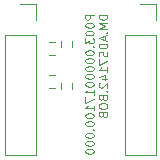
<source format=gbr>
G04 #@! TF.GenerationSoftware,KiCad,Pcbnew,(5.1.6-14-g3ac0951e1-dirty)*
G04 #@! TF.CreationDate,2021-04-17T10:51:59+02:00*
G04 #@! TF.ProjectId,A003.0000017200_DM.ADS7142.BOB,41303033-2e30-4303-9030-303137323030,rev?*
G04 #@! TF.SameCoordinates,Original*
G04 #@! TF.FileFunction,Legend,Bot*
G04 #@! TF.FilePolarity,Positive*
%FSLAX46Y46*%
G04 Gerber Fmt 4.6, Leading zero omitted, Abs format (unit mm)*
G04 Created by KiCad (PCBNEW (5.1.6-14-g3ac0951e1-dirty)) date 2021-04-17 10:51:59*
%MOMM*%
%LPD*%
G01*
G04 APERTURE LIST*
%ADD10C,0.100000*%
%ADD11C,0.120000*%
G04 APERTURE END LIST*
D10*
X133218666Y-75669666D02*
X132518666Y-75669666D01*
X132518666Y-75936333D01*
X132552000Y-76003000D01*
X132585333Y-76036333D01*
X132652000Y-76069666D01*
X132752000Y-76069666D01*
X132818666Y-76036333D01*
X132852000Y-76003000D01*
X132885333Y-75936333D01*
X132885333Y-75669666D01*
X132518666Y-76503000D02*
X132518666Y-76569666D01*
X132552000Y-76636333D01*
X132585333Y-76669666D01*
X132652000Y-76703000D01*
X132785333Y-76736333D01*
X132952000Y-76736333D01*
X133085333Y-76703000D01*
X133152000Y-76669666D01*
X133185333Y-76636333D01*
X133218666Y-76569666D01*
X133218666Y-76503000D01*
X133185333Y-76436333D01*
X133152000Y-76403000D01*
X133085333Y-76369666D01*
X132952000Y-76336333D01*
X132785333Y-76336333D01*
X132652000Y-76369666D01*
X132585333Y-76403000D01*
X132552000Y-76436333D01*
X132518666Y-76503000D01*
X132518666Y-77169666D02*
X132518666Y-77236333D01*
X132552000Y-77303000D01*
X132585333Y-77336333D01*
X132652000Y-77369666D01*
X132785333Y-77403000D01*
X132952000Y-77403000D01*
X133085333Y-77369666D01*
X133152000Y-77336333D01*
X133185333Y-77303000D01*
X133218666Y-77236333D01*
X133218666Y-77169666D01*
X133185333Y-77103000D01*
X133152000Y-77069666D01*
X133085333Y-77036333D01*
X132952000Y-77003000D01*
X132785333Y-77003000D01*
X132652000Y-77036333D01*
X132585333Y-77069666D01*
X132552000Y-77103000D01*
X132518666Y-77169666D01*
X132518666Y-77636333D02*
X132518666Y-78069666D01*
X132785333Y-77836333D01*
X132785333Y-77936333D01*
X132818666Y-78003000D01*
X132852000Y-78036333D01*
X132918666Y-78069666D01*
X133085333Y-78069666D01*
X133152000Y-78036333D01*
X133185333Y-78003000D01*
X133218666Y-77936333D01*
X133218666Y-77736333D01*
X133185333Y-77669666D01*
X133152000Y-77636333D01*
X133152000Y-78369666D02*
X133185333Y-78403000D01*
X133218666Y-78369666D01*
X133185333Y-78336333D01*
X133152000Y-78369666D01*
X133218666Y-78369666D01*
X132518666Y-78836333D02*
X132518666Y-78903000D01*
X132552000Y-78969666D01*
X132585333Y-79003000D01*
X132652000Y-79036333D01*
X132785333Y-79069666D01*
X132952000Y-79069666D01*
X133085333Y-79036333D01*
X133152000Y-79003000D01*
X133185333Y-78969666D01*
X133218666Y-78903000D01*
X133218666Y-78836333D01*
X133185333Y-78769666D01*
X133152000Y-78736333D01*
X133085333Y-78703000D01*
X132952000Y-78669666D01*
X132785333Y-78669666D01*
X132652000Y-78703000D01*
X132585333Y-78736333D01*
X132552000Y-78769666D01*
X132518666Y-78836333D01*
X132518666Y-79503000D02*
X132518666Y-79569666D01*
X132552000Y-79636333D01*
X132585333Y-79669666D01*
X132652000Y-79703000D01*
X132785333Y-79736333D01*
X132952000Y-79736333D01*
X133085333Y-79703000D01*
X133152000Y-79669666D01*
X133185333Y-79636333D01*
X133218666Y-79569666D01*
X133218666Y-79503000D01*
X133185333Y-79436333D01*
X133152000Y-79403000D01*
X133085333Y-79369666D01*
X132952000Y-79336333D01*
X132785333Y-79336333D01*
X132652000Y-79369666D01*
X132585333Y-79403000D01*
X132552000Y-79436333D01*
X132518666Y-79503000D01*
X132518666Y-80169666D02*
X132518666Y-80236333D01*
X132552000Y-80303000D01*
X132585333Y-80336333D01*
X132652000Y-80369666D01*
X132785333Y-80403000D01*
X132952000Y-80403000D01*
X133085333Y-80369666D01*
X133152000Y-80336333D01*
X133185333Y-80303000D01*
X133218666Y-80236333D01*
X133218666Y-80169666D01*
X133185333Y-80103000D01*
X133152000Y-80069666D01*
X133085333Y-80036333D01*
X132952000Y-80003000D01*
X132785333Y-80003000D01*
X132652000Y-80036333D01*
X132585333Y-80069666D01*
X132552000Y-80103000D01*
X132518666Y-80169666D01*
X132518666Y-80836333D02*
X132518666Y-80903000D01*
X132552000Y-80969666D01*
X132585333Y-81003000D01*
X132652000Y-81036333D01*
X132785333Y-81069666D01*
X132952000Y-81069666D01*
X133085333Y-81036333D01*
X133152000Y-81003000D01*
X133185333Y-80969666D01*
X133218666Y-80903000D01*
X133218666Y-80836333D01*
X133185333Y-80769666D01*
X133152000Y-80736333D01*
X133085333Y-80703000D01*
X132952000Y-80669666D01*
X132785333Y-80669666D01*
X132652000Y-80703000D01*
X132585333Y-80736333D01*
X132552000Y-80769666D01*
X132518666Y-80836333D01*
X132518666Y-81503000D02*
X132518666Y-81569666D01*
X132552000Y-81636333D01*
X132585333Y-81669666D01*
X132652000Y-81703000D01*
X132785333Y-81736333D01*
X132952000Y-81736333D01*
X133085333Y-81703000D01*
X133152000Y-81669666D01*
X133185333Y-81636333D01*
X133218666Y-81569666D01*
X133218666Y-81503000D01*
X133185333Y-81436333D01*
X133152000Y-81403000D01*
X133085333Y-81369666D01*
X132952000Y-81336333D01*
X132785333Y-81336333D01*
X132652000Y-81369666D01*
X132585333Y-81403000D01*
X132552000Y-81436333D01*
X132518666Y-81503000D01*
X133218666Y-82403000D02*
X133218666Y-82003000D01*
X133218666Y-82203000D02*
X132518666Y-82203000D01*
X132618666Y-82136333D01*
X132685333Y-82069666D01*
X132718666Y-82003000D01*
X132518666Y-82636333D02*
X132518666Y-83103000D01*
X133218666Y-82803000D01*
X133218666Y-83736333D02*
X133218666Y-83336333D01*
X133218666Y-83536333D02*
X132518666Y-83536333D01*
X132618666Y-83469666D01*
X132685333Y-83403000D01*
X132718666Y-83336333D01*
X132518666Y-84169666D02*
X132518666Y-84236333D01*
X132552000Y-84303000D01*
X132585333Y-84336333D01*
X132652000Y-84369666D01*
X132785333Y-84403000D01*
X132952000Y-84403000D01*
X133085333Y-84369666D01*
X133152000Y-84336333D01*
X133185333Y-84303000D01*
X133218666Y-84236333D01*
X133218666Y-84169666D01*
X133185333Y-84103000D01*
X133152000Y-84069666D01*
X133085333Y-84036333D01*
X132952000Y-84003000D01*
X132785333Y-84003000D01*
X132652000Y-84036333D01*
X132585333Y-84069666D01*
X132552000Y-84103000D01*
X132518666Y-84169666D01*
X132518666Y-84836333D02*
X132518666Y-84903000D01*
X132552000Y-84969666D01*
X132585333Y-85003000D01*
X132652000Y-85036333D01*
X132785333Y-85069666D01*
X132952000Y-85069666D01*
X133085333Y-85036333D01*
X133152000Y-85003000D01*
X133185333Y-84969666D01*
X133218666Y-84903000D01*
X133218666Y-84836333D01*
X133185333Y-84769666D01*
X133152000Y-84736333D01*
X133085333Y-84703000D01*
X132952000Y-84669666D01*
X132785333Y-84669666D01*
X132652000Y-84703000D01*
X132585333Y-84736333D01*
X132552000Y-84769666D01*
X132518666Y-84836333D01*
X133152000Y-85369666D02*
X133185333Y-85403000D01*
X133218666Y-85369666D01*
X133185333Y-85336333D01*
X133152000Y-85369666D01*
X133218666Y-85369666D01*
X132518666Y-85836333D02*
X132518666Y-85903000D01*
X132552000Y-85969666D01*
X132585333Y-86003000D01*
X132652000Y-86036333D01*
X132785333Y-86069666D01*
X132952000Y-86069666D01*
X133085333Y-86036333D01*
X133152000Y-86003000D01*
X133185333Y-85969666D01*
X133218666Y-85903000D01*
X133218666Y-85836333D01*
X133185333Y-85769666D01*
X133152000Y-85736333D01*
X133085333Y-85703000D01*
X132952000Y-85669666D01*
X132785333Y-85669666D01*
X132652000Y-85703000D01*
X132585333Y-85736333D01*
X132552000Y-85769666D01*
X132518666Y-85836333D01*
X132518666Y-86503000D02*
X132518666Y-86569666D01*
X132552000Y-86636333D01*
X132585333Y-86669666D01*
X132652000Y-86703000D01*
X132785333Y-86736333D01*
X132952000Y-86736333D01*
X133085333Y-86703000D01*
X133152000Y-86669666D01*
X133185333Y-86636333D01*
X133218666Y-86569666D01*
X133218666Y-86503000D01*
X133185333Y-86436333D01*
X133152000Y-86403000D01*
X133085333Y-86369666D01*
X132952000Y-86336333D01*
X132785333Y-86336333D01*
X132652000Y-86369666D01*
X132585333Y-86403000D01*
X132552000Y-86436333D01*
X132518666Y-86503000D01*
X132518666Y-87169666D02*
X132518666Y-87236333D01*
X132552000Y-87303000D01*
X132585333Y-87336333D01*
X132652000Y-87369666D01*
X132785333Y-87403000D01*
X132952000Y-87403000D01*
X133085333Y-87369666D01*
X133152000Y-87336333D01*
X133185333Y-87303000D01*
X133218666Y-87236333D01*
X133218666Y-87169666D01*
X133185333Y-87103000D01*
X133152000Y-87069666D01*
X133085333Y-87036333D01*
X132952000Y-87003000D01*
X132785333Y-87003000D01*
X132652000Y-87036333D01*
X132585333Y-87069666D01*
X132552000Y-87103000D01*
X132518666Y-87169666D01*
X134368666Y-75669666D02*
X133668666Y-75669666D01*
X133668666Y-75836333D01*
X133702000Y-75936333D01*
X133768666Y-76003000D01*
X133835333Y-76036333D01*
X133968666Y-76069666D01*
X134068666Y-76069666D01*
X134202000Y-76036333D01*
X134268666Y-76003000D01*
X134335333Y-75936333D01*
X134368666Y-75836333D01*
X134368666Y-75669666D01*
X134368666Y-76369666D02*
X133668666Y-76369666D01*
X134168666Y-76603000D01*
X133668666Y-76836333D01*
X134368666Y-76836333D01*
X134302000Y-77169666D02*
X134335333Y-77203000D01*
X134368666Y-77169666D01*
X134335333Y-77136333D01*
X134302000Y-77169666D01*
X134368666Y-77169666D01*
X134168666Y-77469666D02*
X134168666Y-77803000D01*
X134368666Y-77403000D02*
X133668666Y-77636333D01*
X134368666Y-77869666D01*
X134368666Y-78103000D02*
X133668666Y-78103000D01*
X133668666Y-78269666D01*
X133702000Y-78369666D01*
X133768666Y-78436333D01*
X133835333Y-78469666D01*
X133968666Y-78503000D01*
X134068666Y-78503000D01*
X134202000Y-78469666D01*
X134268666Y-78436333D01*
X134335333Y-78369666D01*
X134368666Y-78269666D01*
X134368666Y-78103000D01*
X134335333Y-78769666D02*
X134368666Y-78869666D01*
X134368666Y-79036333D01*
X134335333Y-79103000D01*
X134302000Y-79136333D01*
X134235333Y-79169666D01*
X134168666Y-79169666D01*
X134102000Y-79136333D01*
X134068666Y-79103000D01*
X134035333Y-79036333D01*
X134002000Y-78903000D01*
X133968666Y-78836333D01*
X133935333Y-78803000D01*
X133868666Y-78769666D01*
X133802000Y-78769666D01*
X133735333Y-78803000D01*
X133702000Y-78836333D01*
X133668666Y-78903000D01*
X133668666Y-79069666D01*
X133702000Y-79169666D01*
X133668666Y-79403000D02*
X133668666Y-79869666D01*
X134368666Y-79569666D01*
X134368666Y-80503000D02*
X134368666Y-80103000D01*
X134368666Y-80303000D02*
X133668666Y-80303000D01*
X133768666Y-80236333D01*
X133835333Y-80169666D01*
X133868666Y-80103000D01*
X133902000Y-81103000D02*
X134368666Y-81103000D01*
X133635333Y-80936333D02*
X134135333Y-80769666D01*
X134135333Y-81203000D01*
X133735333Y-81436333D02*
X133702000Y-81469666D01*
X133668666Y-81536333D01*
X133668666Y-81703000D01*
X133702000Y-81769666D01*
X133735333Y-81803000D01*
X133802000Y-81836333D01*
X133868666Y-81836333D01*
X133968666Y-81803000D01*
X134368666Y-81403000D01*
X134368666Y-81836333D01*
X134302000Y-82136333D02*
X134335333Y-82169666D01*
X134368666Y-82136333D01*
X134335333Y-82103000D01*
X134302000Y-82136333D01*
X134368666Y-82136333D01*
X134002000Y-82703000D02*
X134035333Y-82803000D01*
X134068666Y-82836333D01*
X134135333Y-82869666D01*
X134235333Y-82869666D01*
X134302000Y-82836333D01*
X134335333Y-82803000D01*
X134368666Y-82736333D01*
X134368666Y-82469666D01*
X133668666Y-82469666D01*
X133668666Y-82703000D01*
X133702000Y-82769666D01*
X133735333Y-82803000D01*
X133802000Y-82836333D01*
X133868666Y-82836333D01*
X133935333Y-82803000D01*
X133968666Y-82769666D01*
X134002000Y-82703000D01*
X134002000Y-82469666D01*
X133668666Y-83303000D02*
X133668666Y-83436333D01*
X133702000Y-83503000D01*
X133768666Y-83569666D01*
X133902000Y-83603000D01*
X134135333Y-83603000D01*
X134268666Y-83569666D01*
X134335333Y-83503000D01*
X134368666Y-83436333D01*
X134368666Y-83303000D01*
X134335333Y-83236333D01*
X134268666Y-83169666D01*
X134135333Y-83136333D01*
X133902000Y-83136333D01*
X133768666Y-83169666D01*
X133702000Y-83236333D01*
X133668666Y-83303000D01*
X134002000Y-84136333D02*
X134035333Y-84236333D01*
X134068666Y-84269666D01*
X134135333Y-84303000D01*
X134235333Y-84303000D01*
X134302000Y-84269666D01*
X134335333Y-84236333D01*
X134368666Y-84169666D01*
X134368666Y-83903000D01*
X133668666Y-83903000D01*
X133668666Y-84136333D01*
X133702000Y-84203000D01*
X133735333Y-84236333D01*
X133802000Y-84269666D01*
X133868666Y-84269666D01*
X133935333Y-84236333D01*
X133968666Y-84203000D01*
X134002000Y-84136333D01*
X134002000Y-83903000D01*
D11*
X129917000Y-81810000D02*
X129417000Y-81810000D01*
X129417000Y-80750000D02*
X129917000Y-80750000D01*
X129917000Y-79016000D02*
X129417000Y-79016000D01*
X129417000Y-77956000D02*
X129917000Y-77956000D01*
X130467000Y-81911000D02*
X130467000Y-81411000D01*
X131407000Y-81411000D02*
X131407000Y-81911000D01*
X131407000Y-77855000D02*
X131407000Y-78355000D01*
X130467000Y-78355000D02*
X130467000Y-77855000D01*
X138490000Y-87563000D02*
X135830000Y-87563000D01*
X138490000Y-77343000D02*
X138490000Y-87563000D01*
X135830000Y-77343000D02*
X135830000Y-87563000D01*
X138490000Y-77343000D02*
X135830000Y-77343000D01*
X138490000Y-76073000D02*
X138490000Y-74743000D01*
X138490000Y-74743000D02*
X137160000Y-74743000D01*
X128330000Y-87563000D02*
X125670000Y-87563000D01*
X128330000Y-77343000D02*
X128330000Y-87563000D01*
X125670000Y-77343000D02*
X125670000Y-87563000D01*
X128330000Y-77343000D02*
X125670000Y-77343000D01*
X128330000Y-76073000D02*
X128330000Y-74743000D01*
X128330000Y-74743000D02*
X127000000Y-74743000D01*
M02*

</source>
